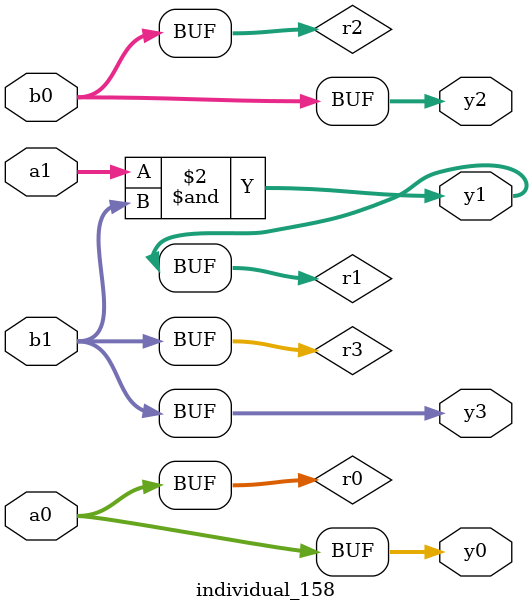
<source format=sv>
module individual_158(input logic [15:0] a1, input logic [15:0] a0, input logic [15:0] b1, input logic [15:0] b0, output logic [15:0] y3, output logic [15:0] y2, output logic [15:0] y1, output logic [15:0] y0);
logic [15:0] r0, r1, r2, r3; 
 always@(*) begin 
	 r0 = a0; r1 = a1; r2 = b0; r3 = b1; 
 	 r1  &=  r3 ;
 	 y3 = r3; y2 = r2; y1 = r1; y0 = r0; 
end
endmodule
</source>
